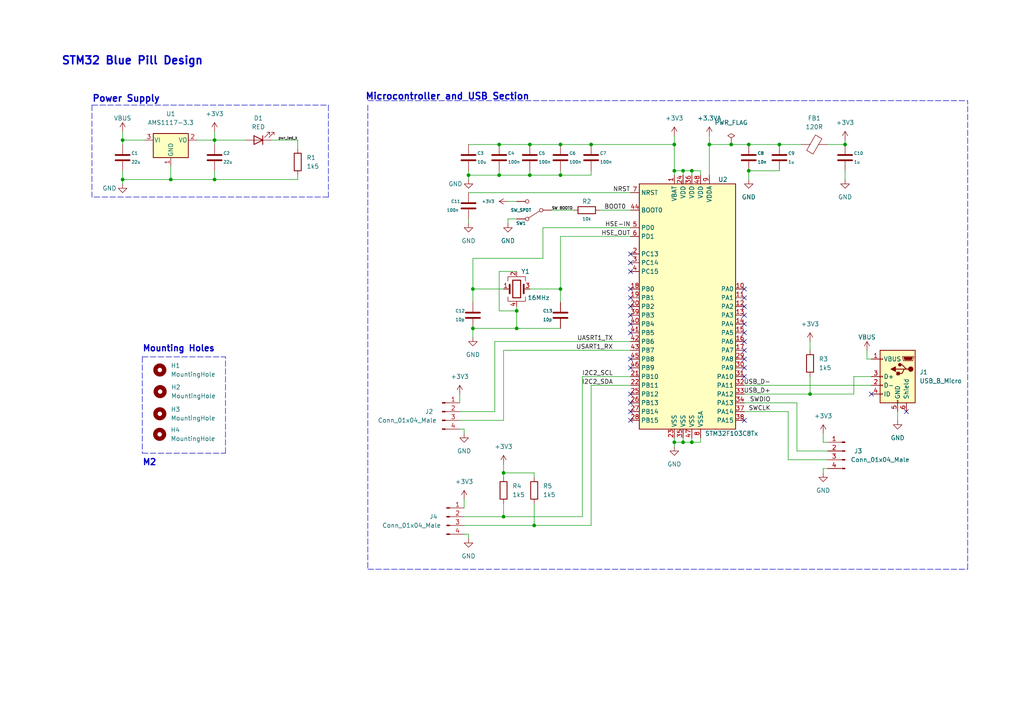
<source format=kicad_sch>
(kicad_sch (version 20211123) (generator eeschema)
  (paper "A4")
  (title_block (title "STM32 Blue pill ") (date "2023-01-10") (rev "v1") (company "Learning Kicad") (comment 1 "Philip's Lab"))
  (lib_symbols
    (symbol "+3.3V_1" (power) (pin_numbers hide) (pin_names (offset 0) hide)
      (property "Value" "+3.3V_1" (at 0 3.556 0))
      (symbol "+3.3V_1_0_1"
        (polyline (pts (xy -0.762 1.27) (xy 0 2.54)))
        (polyline (pts (xy 0 0) (xy 0 2.54)))
        (polyline (pts (xy 0 2.54) (xy 0.762 1.27)))
      )
      (symbol "+3.3V_1_1_1"
        (pin power_in line (at 0 0 90) (length 0) hide (name "+3V3") (number "1"))
      )
    )
    (symbol "Connector:Conn_01x04_Male" (pin_names (offset 1.016) hide)
      (property "Reference" "J" (at 0 5.08 0))
      (property "Value" "Conn_01x04_Male" (at 0 -7.62 0))
      (symbol "Conn_01x04_Male_1_1"
        (polyline (pts (xy 1.27 -5.08) (xy 0.8636 -5.08)) (stroke (width 0.1524)))
        (polyline (pts (xy 1.27 -2.54) (xy 0.8636 -2.54)) (stroke (width 0.1524)))
        (polyline (pts (xy 1.27 0) (xy 0.8636 0)) (stroke (width 0.1524)))
        (polyline (pts (xy 1.27 2.54) (xy 0.8636 2.54)) (stroke (width 0.1524)))
        (rectangle (start 0.8636 -4.953) (end 0 -5.207) (stroke (width 0.1524)) (fill (type outline)))
        (rectangle (start 0.8636 -2.413) (end 0 -2.667) (stroke (width 0.1524)) (fill (type outline)))
        (rectangle (start 0.8636 0.127) (end 0 -0.127) (stroke (width 0.1524)) (fill (type outline)))
        (rectangle (start 0.8636 2.667) (end 0 2.413) (stroke (width 0.1524)) (fill (type outline)))
        (pin passive line (at 5.08 2.54 180) (length 3.81) (name "Pin_1") (number "1"))
        (pin passive line (at 5.08 0 180) (length 3.81) (name "Pin_2") (number "2"))
        (pin passive line (at 5.08 -2.54 180) (length 3.81) (name "Pin_3") (number "3"))
        (pin passive line (at 5.08 -5.08 180) (length 3.81) (name "Pin_4") (number "4"))
      )
    )
    (symbol "Connector:USB_B_Micro" (pin_names (offset 1.016))
      (property "Reference" "J" (at -5.08 11.43 0))
      (property "Value" "USB_B_Micro" (at -5.08 8.89 0))
      (symbol "USB_B_Micro_0_1"
        (rectangle (start -5.08 -7.62) (end 5.08 7.62) (stroke (width 0.254)) (fill (type background)))
        (circle (center -3.81 2.159) (radius 0.635) (stroke (width 0.254)) (fill (type outline)))
        (circle (center -0.635 3.429) (radius 0.381) (stroke (width 0.254)) (fill (type outline)))
        (rectangle (start -0.127 -7.62) (end 0.127 -6.858))
        (polyline (pts (xy -1.905 2.159) (xy 0.635 2.159)) (stroke (width 0.254)))
        (polyline (pts (xy -3.175 2.159) (xy -2.54 2.159) (xy -1.27 3.429) (xy -0.635 3.429)) (stroke (width 0.254)))
        (polyline (pts (xy -2.54 2.159) (xy -1.905 2.159) (xy -1.27 0.889) (xy 0 0.889)) (stroke (width 0.254)))
        (polyline (pts (xy 0.635 2.794) (xy 0.635 1.524) (xy 1.905 2.159) (xy 0.635 2.794)) (stroke (width 0.254)) (fill (type outline)))
        (polyline (pts (xy -4.318 5.588) (xy -1.778 5.588) (xy -2.032 4.826) (xy -4.064 4.826) (xy -4.318 5.588)) (fill (type outline)))
        (polyline (pts (xy -4.699 5.842) (xy -4.699 5.588) (xy -4.445 4.826) (xy -4.445 4.572) (xy -1.651 4.572) (xy -1.651 4.826) (xy -1.397 5.588) (xy -1.397 5.842) (xy -4.699 5.842)))
        (rectangle (start 0.254 1.27) (end -0.508 0.508) (stroke (width 0.254)) (fill (type outline)))
        (rectangle (start 5.08 -5.207) (end 4.318 -4.953))
        (rectangle (start 5.08 -2.667) (end 4.318 -2.413))
        (rectangle (start 5.08 -0.127) (end 4.318 0.127))
        (rectangle (start 5.08 4.953) (end 4.318 5.207))
      )
      (symbol "USB_B_Micro_1_1"
        (pin power_out line (at 7.62 5.08 180) (length 2.54) (name "VBUS") (number "1"))
        (pin bidirectional line (at 7.62 -2.54 180) (length 2.54) (name "D-") (number "2"))
        (pin bidirectional line (at 7.62 0 180) (length 2.54) (name "D+") (number "3"))
        (pin passive line (at 7.62 -5.08 180) (length 2.54) (name "ID") (number "4"))
        (pin power_out line (at 0 -10.16 90) (length 2.54) (name "GND") (number "5"))
        (pin passive line (at -2.54 -10.16 90) (length 2.54) (name "Shield") (number "6"))
      )
    )
    (symbol "Device:C" (pin_numbers hide) (pin_names (offset 0.254))
      (property "Reference" "C" (at 0.635 2.54 0))
      (property "Value" "C" (at 0.635 -2.54 0))
      (symbol "C_0_1"
        (polyline (pts (xy -2.032 -0.762) (xy 2.032 -0.762)) (stroke (width 0.508)))
        (polyline (pts (xy -2.032 0.762) (xy 2.032 0.762)) (stroke (width 0.508)))
      )
      (symbol "C_1_1"
        (pin passive line (at 0 3.81 270) (length 2.794) (name "~") (number "1"))
        (pin passive line (at 0 -3.81 90) (length 2.794) (name "~") (number "2"))
      )
    )
    (symbol "Device:Crystal_GND24" (pin_names (offset 1.016) hide)
      (property "Reference" "Y" (at 3.175 5.08 0))
      (property "Value" "Crystal_GND24" (at 3.175 3.175 0))
      (symbol "Crystal_GND24_0_1"
        (rectangle (start -1.143 2.54) (end 1.143 -2.54) (stroke (width 0.3048)))
        (polyline (pts (xy -2.54 0) (xy -2.032 0)))
        (polyline (pts (xy -2.032 -1.27) (xy -2.032 1.27)) (stroke (width 0.508)))
        (polyline (pts (xy 0 -3.81) (xy 0 -3.556)))
        (polyline (pts (xy 0 3.556) (xy 0 3.81)))
        (polyline (pts (xy 2.032 -1.27) (xy 2.032 1.27)) (stroke (width 0.508)))
        (polyline (pts (xy 2.032 0) (xy 2.54 0)))
        (polyline (pts (xy -2.54 -2.286) (xy -2.54 -3.556) (xy 2.54 -3.556) (xy 2.54 -2.286)))
        (polyline (pts (xy -2.54 2.286) (xy -2.54 3.556) (xy 2.54 3.556) (xy 2.54 2.286)))
      )
      (symbol "Crystal_GND24_1_1"
        (pin passive line (at -3.81 0 0) (length 1.27) (name "1") (number "1"))
        (pin passive line (at 0 5.08 270) (length 1.27) (name "2") (number "2"))
        (pin passive line (at 3.81 0 180) (length 1.27) (name "3") (number "3"))
        (pin passive line (at 0 -5.08 90) (length 1.27) (name "4") (number "4"))
      )
    )
    (symbol "Device:FerriteBead" (pin_numbers hide) (pin_names (offset 0))
      (property "Reference" "FB" (at -3.81 0.635 90))
      (property "Value" "FerriteBead" (at 3.81 0 90))
      (symbol "FerriteBead_0_1"
        (polyline (pts (xy 0 -1.27) (xy 0 -1.2192)))
        (polyline (pts (xy 0 1.27) (xy 0 1.2954)))
        (polyline (pts (xy -2.7686 0.4064) (xy -1.7018 2.2606) (xy 2.7686 -0.3048) (xy 1.6764 -2.159) (xy -2.7686 0.4064)))
      )
      (symbol "FerriteBead_1_1"
        (pin passive line (at 0 3.81 270) (length 2.54) (name "~") (number "1"))
        (pin passive line (at 0 -3.81 90) (length 2.54) (name "~") (number "2"))
      )
    )
    (symbol "Device:LED" (pin_numbers hide) (pin_names (offset 1.016) hide)
      (property "Reference" "D" (at 0 2.54 0))
      (property "Value" "LED" (at 0 -2.54 0))
      (symbol "LED_0_1"
        (polyline (pts (xy -1.27 -1.27) (xy -1.27 1.27)) (stroke (width 0.254)))
        (polyline (pts (xy -1.27 0) (xy 1.27 0)))
        (polyline (pts (xy 1.27 -1.27) (xy 1.27 1.27) (xy -1.27 0) (xy 1.27 -1.27)) (stroke (width 0.254)))
        (polyline (pts (xy -3.048 -0.762) (xy -4.572 -2.286) (xy -3.81 -2.286) (xy -4.572 -2.286) (xy -4.572 -1.524)))
        (polyline (pts (xy -1.778 -0.762) (xy -3.302 -2.286) (xy -2.54 -2.286) (xy -3.302 -2.286) (xy -3.302 -1.524)))
      )
      (symbol "LED_1_1"
        (pin passive line (at -3.81 0 0) (length 2.54) (name "K") (number "1"))
        (pin passive line (at 3.81 0 180) (length 2.54) (name "A") (number "2"))
      )
    )
    (symbol "Device:R" (pin_numbers hide) (pin_names (offset 0))
      (property "Reference" "R" (at 2.032 0 90))
      (property "Value" "R" (at 0 0 90))
      (symbol "R_0_1"
        (rectangle (start -1.016 -2.54) (end 1.016 2.54) (stroke (width 0.254)))
      )
      (symbol "R_1_1"
        (pin passive line (at 0 3.81 270) (length 1.27) (name "~") (number "1"))
        (pin passive line (at 0 -3.81 90) (length 1.27) (name "~") (number "2"))
      )
    )
    (symbol "GND_1" (power) (pin_numbers hide) (pin_names (offset 0) hide)
      (property "Value" "GND_1" (at 0 -3.81 0))
      (symbol "GND_1_0_1"
        (polyline (pts (xy 0 0) (xy 0 -1.27) (xy 1.27 -1.27) (xy 0 -2.54) (xy -1.27 -1.27) (xy 0 -1.27)))
      )
      (symbol "GND_1_1_1"
        (pin power_in line (at 0 0 270) (length 0) hide (name "GND") (number "1"))
      )
    )
    (symbol "GND_2" (power) (pin_numbers hide) (pin_names (offset 0) hide)
      (property "Value" "GND_2" (at 0 -3.81 0))
      (symbol "GND_2_0_1"
        (polyline (pts (xy 0 0) (xy 0 -1.27) (xy 1.27 -1.27) (xy 0 -2.54) (xy -1.27 -1.27) (xy 0 -1.27)))
      )
      (symbol "GND_2_1_1"
        (pin power_in line (at 0 0 270) (length 0) hide (name "GND") (number "1"))
      )
    )
    (symbol "GND_3" (power) (pin_numbers hide) (pin_names (offset 0) hide)
      (property "Value" "GND_3" (at 0 -3.81 0))
      (symbol "GND_3_0_1"
        (polyline (pts (xy 0 0) (xy 0 -1.27) (xy 1.27 -1.27) (xy 0 -2.54) (xy -1.27 -1.27) (xy 0 -1.27)))
      )
      (symbol "GND_3_1_1"
        (pin power_in line (at 0 0 270) (length 0) hide (name "GND") (number "1"))
      )
    )
    (symbol "MCU_ST_STM32F1:STM32F103C8Tx"
      (property "Reference" "U" (at -15.24 36.83 0))
      (property "Value" "STM32F103C8Tx" (at 7.62 36.83 0))
      (symbol "STM32F103C8Tx_0_1"
        (rectangle (start -15.24 -35.56) (end 12.7 35.56) (stroke (width 0.254)) (fill (type background)))
      )
      (symbol "STM32F103C8Tx_1_1"
        (pin power_in line (at -5.08 38.1 270) (length 2.54) (name "VBAT") (number "1"))
        (pin bidirectional line (at 15.24 5.08 180) (length 2.54) (name "PA0") (number "10"))
        (pin bidirectional line (at 15.24 2.54 180) (length 2.54) (name "PA1") (number "11"))
        (pin bidirectional line (at 15.24 0 180) (length 2.54) (name "PA2") (number "12"))
        (pin bidirectional line (at 15.24 -2.54 180) (length 2.54) (name "PA3") (number "13"))
        (pin bidirectional line (at 15.24 -5.08 180) (length 2.54) (name "PA4") (number "14"))
        (pin bidirectional line (at 15.24 -7.62 180) (length 2.54) (name "PA5") (number "15"))
        (pin bidirectional line (at 15.24 -10.16 180) (length 2.54) (name "PA6") (number "16"))
        (pin bidirectional line (at 15.24 -12.7 180) (length 2.54) (name "PA7") (number "17"))
        (pin bidirectional line (at -17.78 5.08 0) (length 2.54) (name "PB0") (number "18"))
        (pin bidirectional line (at -17.78 2.54 0) (length 2.54) (name "PB1") (number "19"))
        (pin bidirectional line (at -17.78 15.24 0) (length 2.54) (name "PC13") (number "2"))
        (pin bidirectional line (at -17.78 0 0) (length 2.54) (name "PB2") (number "20"))
        (pin bidirectional line (at -17.78 -20.32 0) (length 2.54) (name "PB10") (number "21"))
        (pin bidirectional line (at -17.78 -22.86 0) (length 2.54) (name "PB11") (number "22"))
        (pin power_in line (at -5.08 -38.1 90) (length 2.54) (name "VSS") (number "23"))
        (pin power_in line (at -2.54 38.1 270) (length 2.54) (name "VDD") (number "24"))
        (pin bidirectional line (at -17.78 -25.4 0) (length 2.54) (name "PB12") (number "25"))
        (pin bidirectional line (at -17.78 -27.94 0) (length 2.54) (name "PB13") (number "26"))
        (pin bidirectional line (at -17.78 -30.48 0) (length 2.54) (name "PB14") (number "27"))
        (pin bidirectional line (at -17.78 -33.02 0) (length 2.54) (name "PB15") (number "28"))
        (pin bidirectional line (at 15.24 -15.24 180) (length 2.54) (name "PA8") (number "29"))
        (pin bidirectional line (at -17.78 12.7 0) (length 2.54) (name "PC14") (number "3"))
        (pin bidirectional line (at 15.24 -17.78 180) (length 2.54) (name "PA9") (number "30"))
        (pin bidirectional line (at 15.24 -20.32 180) (length 2.54) (name "PA10") (number "31"))
        (pin bidirectional line (at 15.24 -22.86 180) (length 2.54) (name "PA11") (number "32"))
        (pin bidirectional line (at 15.24 -25.4 180) (length 2.54) (name "PA12") (number "33"))
        (pin bidirectional line (at 15.24 -27.94 180) (length 2.54) (name "PA13") (number "34"))
        (pin power_in line (at -2.54 -38.1 90) (length 2.54) (name "VSS") (number "35"))
        (pin power_in line (at 0 38.1 270) (length 2.54) (name "VDD") (number "36"))
        (pin bidirectional line (at 15.24 -30.48 180) (length 2.54) (name "PA14") (number "37"))
        (pin bidirectional line (at 15.24 -33.02 180) (length 2.54) (name "PA15") (number "38"))
        (pin bidirectional line (at -17.78 -2.54 0) (length 2.54) (name "PB3") (number "39"))
        (pin bidirectional line (at -17.78 10.16 0) (length 2.54) (name "PC15") (number "4"))
        (pin bidirectional line (at -17.78 -5.08 0) (length 2.54) (name "PB4") (number "40"))
        (pin bidirectional line (at -17.78 -7.62 0) (length 2.54) (name "PB5") (number "41"))
        (pin bidirectional line (at -17.78 -10.16 0) (length 2.54) (name "PB6") (number "42"))
        (pin bidirectional line (at -17.78 -12.7 0) (length 2.54) (name "PB7") (number "43"))
        (pin input line (at -17.78 27.94 0) (length 2.54) (name "BOOT0") (number "44"))
        (pin bidirectional line (at -17.78 -15.24 0) (length 2.54) (name "PB8") (number "45"))
        (pin bidirectional line (at -17.78 -17.78 0) (length 2.54) (name "PB9") (number "46"))
        (pin power_in line (at 0 -38.1 90) (length 2.54) (name "VSS") (number "47"))
        (pin power_in line (at 2.54 38.1 270) (length 2.54) (name "VDD") (number "48"))
        (pin input line (at -17.78 22.86 0) (length 2.54) (name "PD0") (number "5"))
        (pin input line (at -17.78 20.32 0) (length 2.54) (name "PD1") (number "6"))
        (pin input line (at -17.78 33.02 0) (length 2.54) (name "NRST") (number "7"))
        (pin power_in line (at 2.54 -38.1 90) (length 2.54) (name "VSSA") (number "8"))
        (pin power_in line (at 5.08 38.1 270) (length 2.54) (name "VDDA") (number "9"))
      )
    )
    (symbol "Mechanical:MountingHole" (pin_names (offset 1.016))
      (property "Reference" "H" (at 0 5.08 0))
      (property "Value" "MountingHole" (at 0 3.175 0))
      (symbol "MountingHole_0_1"
        (circle (center 0 0) (radius 1.27) (stroke (width 1.27)))
      )
    )
    (symbol "Regulator_Linear:AMS1117-3.3" (pin_names (offset 0.254))
      (property "Reference" "U" (at -3.81 3.175 0))
      (property "Value" "AMS1117-3.3" (at 0 3.175 0))
      (symbol "AMS1117-3.3_0_1"
        (rectangle (start -5.08 -5.08) (end 5.08 1.905) (stroke (width 0.254)) (fill (type background)))
      )
      (symbol "AMS1117-3.3_1_1"
        (pin power_in line (at 0 -7.62 90) (length 2.54) (name "GND") (number "1"))
        (pin power_out line (at 7.62 0 180) (length 2.54) (name "VO") (number "2"))
        (pin power_in line (at -7.62 0 0) (length 2.54) (name "VI") (number "3"))
      )
    )
    (symbol "Switch:SW_SPDT" (pin_numbers hide) (pin_names (offset 0) hide)
      (property "Reference" "SW" (at 0 4.318 0))
      (property "Value" "SW_SPDT" (at 0 -5.08 0))
      (symbol "SW_SPDT_0_0"
        (circle (center -2.032 0) (radius 0.508))
        (circle (center 2.032 -2.54) (radius 0.508))
      )
      (symbol "SW_SPDT_0_1"
        (polyline (pts (xy -1.524 0.254) (xy 1.651 2.286)))
        (circle (center 2.032 2.54) (radius 0.508))
      )
      (symbol "SW_SPDT_1_1"
        (pin passive line (at 5.08 2.54 180) (length 2.54) (name "A") (number "1"))
        (pin passive line (at -5.08 0 0) (length 2.54) (name "B") (number "2"))
        (pin passive line (at 5.08 -2.54 180) (length 2.54) (name "C") (number "3"))
      )
    )
    (symbol "power:+3.3V" (power) (pin_numbers hide) (pin_names (offset 0) hide)
      (property "Value" "+3.3V" (at 0 3.556 0))
      (symbol "+3.3V_0_1"
        (polyline (pts (xy -0.762 1.27) (xy 0 2.54)))
        (polyline (pts (xy 0 0) (xy 0 2.54)))
        (polyline (pts (xy 0 2.54) (xy 0.762 1.27)))
      )
      (symbol "+3.3V_1_1"
        (pin power_in line (at 0 0 90) (length 0) hide (name "+3V3") (number "1"))
      )
    )
    (symbol "power:+3.3VA" (power) (pin_numbers hide) (pin_names (offset 0) hide)
      (property "Value" "+3.3VA" (at 0 3.556 0))
      (symbol "+3.3VA_0_1"
        (polyline (pts (xy -0.762 1.27) (xy 0 2.54)))
        (polyline (pts (xy 0 0) (xy 0 2.54)))
        (polyline (pts (xy 0 2.54) (xy 0.762 1.27)))
      )
      (symbol "+3.3VA_1_1"
        (pin power_in line (at 0 0 90) (length 0) hide (name "+3.3VA") (number "1"))
      )
    )
    (symbol "power:GND" (power) (pin_numbers hide) (pin_names (offset 0) hide)
      (property "Value" "GND" (at 0 -3.81 0))
      (symbol "GND_0_1"
        (polyline (pts (xy 0 0) (xy 0 -1.27) (xy 1.27 -1.27) (xy 0 -2.54) (xy -1.27 -1.27) (xy 0 -1.27)))
      )
      (symbol "GND_1_1"
        (pin power_in line (at 0 0 270) (length 0) hide (name "GND") (number "1"))
      )
    )
    (symbol "power:PWR_FLAG" (power) (pin_numbers hide) (pin_names (offset 0) hide)
      (property "Value" "PWR_FLAG" (at 0 3.81 0))
      (symbol "PWR_FLAG_0_0"
        (pin power_out line (at 0 0 90) (length 0) (name "pwr") (number "1"))
      )
      (symbol "PWR_FLAG_0_1"
        (polyline (pts (xy 0 0) (xy 0 1.27) (xy -1.016 1.905) (xy 0 2.54) (xy 1.016 1.905) (xy 0 1.27)))
      )
    )
    (symbol "power:VBUS" (power) (pin_numbers hide) (pin_names (offset 0) hide)
      (property "Value" "VBUS" (at 0 3.81 0))
      (symbol "VBUS_0_1"
        (polyline (pts (xy -0.762 1.27) (xy 0 2.54)))
        (polyline (pts (xy 0 0) (xy 0 2.54)))
        (polyline (pts (xy 0 2.54) (xy 0.762 1.27)))
      )
      (symbol "VBUS_1_1"
        (pin power_in line (at 0 0 90) (length 0) hide (name "VBUS") (number "1"))
      )
    )
  )
  (junction (at 149.86 90.17))
  (junction (at 153.67 50.8))
  (junction (at 171.45 41.91))
  (junction (at 146.05 149.86))
  (junction (at 137.16 95.25))
  (junction (at 212.09 41.91))
  (junction (at 149.86 95.25))
  (junction (at 135.89 50.8))
  (junction (at 198.12 128.27))
  (junction (at 217.17 41.91))
  (junction (at 154.94 152.4))
  (junction (at 162.56 50.8))
  (junction (at 49.53 52.07))
  (junction (at 198.12 49.53))
  (junction (at 234.95 114.3))
  (junction (at 146.05 137.16))
  (junction (at 200.66 49.53))
  (junction (at 144.78 50.8))
  (junction (at 162.56 83.82))
  (junction (at 144.78 41.91))
  (junction (at 205.74 41.91))
  (junction (at 226.06 41.91))
  (junction (at 217.17 49.53))
  (junction (at 62.23 40.64))
  (junction (at 195.58 41.91))
  (junction (at 153.67 41.91))
  (junction (at 62.23 52.07))
  (junction (at 195.58 49.53))
  (junction (at 35.56 52.07))
  (junction (at 200.66 128.27))
  (junction (at 162.56 41.91))
  (junction (at 195.58 128.27))
  (junction (at 245.11 41.91))
  (junction (at 137.16 83.82))
  (junction (at 35.56 40.64))
  (no_connect (at 215.9 96.52))
  (no_connect (at 182.88 93.98))
  (no_connect (at 182.88 73.66))
  (no_connect (at 182.88 116.84))
  (no_connect (at 215.9 91.44))
  (no_connect (at 215.9 109.22))
  (no_connect (at 215.9 86.36))
  (no_connect (at 182.88 78.74))
  (no_connect (at 182.88 119.38))
  (no_connect (at 182.88 88.9))
  (no_connect (at 215.9 121.92))
  (no_connect (at 182.88 76.2))
  (no_connect (at 262.89 119.38))
  (no_connect (at 215.9 83.82))
  (no_connect (at 182.88 83.82))
  (no_connect (at 252.73 114.3))
  (no_connect (at 182.88 114.3))
  (no_connect (at 182.88 91.44))
  (no_connect (at 182.88 86.36))
  (no_connect (at 182.88 106.68))
  (no_connect (at 215.9 93.98))
  (no_connect (at 215.9 99.06))
  (no_connect (at 215.9 104.14))
  (no_connect (at 215.9 106.68))
  (no_connect (at 182.88 96.52))
  (no_connect (at 182.88 121.92))
  (no_connect (at 182.88 104.14))
  (no_connect (at 215.9 101.6))
  (no_connect (at 215.9 88.9))
  (wire (pts (xy 143.51 99.06) (xy 182.88 99.06)))
  (wire (pts (xy 162.56 41.91) (xy 171.45 41.91)))
  (wire (pts (xy 135.89 50.8) (xy 135.89 52.07)))
  (wire (pts (xy 231.14 116.84) (xy 231.14 130.81)))
  (polyline (pts (xy 41.275 131.445) (xy 65.405 131.445)))
  (wire (pts (xy 144.78 50.8) (xy 153.67 50.8)))
  (wire (pts (xy 137.16 74.93) (xy 137.16 83.82)))
  (wire (pts (xy 157.48 66.04) (xy 157.48 74.93)))
  (wire (pts (xy 137.16 83.82) (xy 146.05 83.82)))
  (wire (pts (xy 149.86 88.9) (xy 149.86 90.17)))
  (wire (pts (xy 62.23 40.64) (xy 71.12 40.64)))
  (wire (pts (xy 195.58 41.91) (xy 195.58 49.53)))
  (wire (pts (xy 238.76 128.27) (xy 238.76 125.73)))
  (wire (pts (xy 198.12 128.27) (xy 200.66 128.27)))
  (wire (pts (xy 234.95 109.22) (xy 234.95 114.3)))
  (wire (pts (xy 153.67 50.8) (xy 162.56 50.8)))
  (wire (pts (xy 203.2 49.53) (xy 203.2 50.8)))
  (wire (pts (xy 231.14 130.81) (xy 240.03 130.81)))
  (wire (pts (xy 240.03 128.27) (xy 238.76 128.27)))
  (wire (pts (xy 35.56 40.64) (xy 41.91 40.64)))
  (wire (pts (xy 135.89 50.8) (xy 144.78 50.8)))
  (wire (pts (xy 245.11 49.53) (xy 245.11 52.07)))
  (polyline (pts (xy 41.275 103.505) (xy 65.405 103.505)))
  (wire (pts (xy 134.62 154.94) (xy 135.89 154.94)))
  (wire (pts (xy 212.09 41.91) (xy 217.17 41.91)))
  (wire (pts (xy 149.86 90.17) (xy 149.86 95.25)))
  (wire (pts (xy 133.35 124.46) (xy 134.62 124.46)))
  (wire (pts (xy 154.94 146.05) (xy 154.94 152.4)))
  (wire (pts (xy 134.62 149.86) (xy 146.05 149.86)))
  (wire (pts (xy 240.03 133.35) (xy 228.6 133.35)))
  (wire (pts (xy 251.46 101.6) (xy 251.46 104.14)))
  (wire (pts (xy 137.16 95.25) (xy 137.16 97.79)))
  (wire (pts (xy 49.53 52.07) (xy 62.23 52.07)))
  (wire (pts (xy 260.35 119.38) (xy 260.35 121.92)))
  (polyline (pts (xy 26.67 30.48) (xy 26.67 57.15)))
  (wire (pts (xy 146.05 146.05) (xy 146.05 149.86)))
  (wire (pts (xy 144.78 90.17) (xy 149.86 90.17)))
  (wire (pts (xy 217.17 49.53) (xy 226.06 49.53)))
  (wire (pts (xy 252.73 109.22) (xy 247.65 109.22)))
  (wire (pts (xy 147.32 63.5) (xy 147.32 64.77)))
  (polyline (pts (xy 95.25 57.15) (xy 26.67 57.15)))
  (wire (pts (xy 215.9 116.84) (xy 231.14 116.84)))
  (wire (pts (xy 245.11 40.64) (xy 245.11 41.91)))
  (wire (pts (xy 35.56 52.07) (xy 35.56 53.34)))
  (wire (pts (xy 198.12 49.53) (xy 200.66 49.53)))
  (wire (pts (xy 240.03 41.91) (xy 245.11 41.91)))
  (wire (pts (xy 147.32 58.42) (xy 149.86 58.42)))
  (wire (pts (xy 173.99 60.96) (xy 182.88 60.96)))
  (wire (pts (xy 238.76 135.89) (xy 238.76 137.16)))
  (wire (pts (xy 144.78 41.91) (xy 153.67 41.91)))
  (wire (pts (xy 195.58 127) (xy 195.58 128.27)))
  (wire (pts (xy 135.89 63.5) (xy 135.89 64.77)))
  (wire (pts (xy 171.45 41.91) (xy 195.58 41.91)))
  (wire (pts (xy 162.56 68.58) (xy 182.88 68.58)))
  (wire (pts (xy 35.56 52.07) (xy 49.53 52.07)))
  (wire (pts (xy 149.86 95.25) (xy 162.56 95.25)))
  (wire (pts (xy 134.62 144.78) (xy 134.62 147.32)))
  (polyline (pts (xy 65.405 131.445) (xy 65.405 103.505)))
  (wire (pts (xy 134.62 124.46) (xy 134.62 125.73)))
  (wire (pts (xy 228.6 133.35) (xy 228.6 119.38)))
  (wire (pts (xy 195.58 128.27) (xy 198.12 128.27)))
  (wire (pts (xy 212.09 41.275) (xy 212.09 41.91)))
  (wire (pts (xy 217.17 49.53) (xy 217.17 52.07)))
  (wire (pts (xy 203.2 128.27) (xy 203.2 127)))
  (wire (pts (xy 171.45 152.4) (xy 154.94 152.4)))
  (wire (pts (xy 35.56 38.1) (xy 35.56 40.64)))
  (polyline (pts (xy 106.68 165.1) (xy 280.67 165.1)))
  (wire (pts (xy 205.74 41.91) (xy 212.09 41.91)))
  (wire (pts (xy 195.58 39.37) (xy 195.58 41.91)))
  (wire (pts (xy 146.05 134.62) (xy 146.05 137.16)))
  (wire (pts (xy 144.78 50.8) (xy 144.78 49.53)))
  (wire (pts (xy 144.78 78.74) (xy 144.78 90.17)))
  (polyline (pts (xy 95.25 30.48) (xy 95.25 57.15)))
  (wire (pts (xy 162.56 68.58) (xy 162.56 83.82)))
  (wire (pts (xy 135.89 50.8) (xy 135.89 49.53)))
  (wire (pts (xy 251.46 104.14) (xy 252.73 104.14)))
  (polyline (pts (xy 41.275 103.505) (xy 41.275 131.445)))
  (wire (pts (xy 62.23 49.53) (xy 62.23 52.07)))
  (wire (pts (xy 162.56 50.8) (xy 171.45 50.8)))
  (wire (pts (xy 160.02 60.96) (xy 166.37 60.96)))
  (wire (pts (xy 205.74 41.91) (xy 205.74 50.8)))
  (wire (pts (xy 182.88 66.04) (xy 157.48 66.04)))
  (wire (pts (xy 146.05 137.16) (xy 146.05 138.43)))
  (wire (pts (xy 146.05 101.6) (xy 182.88 101.6)))
  (wire (pts (xy 234.95 99.06) (xy 234.95 101.6)))
  (wire (pts (xy 143.51 119.38) (xy 143.51 99.06)))
  (wire (pts (xy 154.94 137.16) (xy 146.05 137.16)))
  (wire (pts (xy 168.91 149.86) (xy 168.91 109.22)))
  (wire (pts (xy 86.36 52.07) (xy 62.23 52.07)))
  (wire (pts (xy 171.45 111.76) (xy 182.88 111.76)))
  (wire (pts (xy 137.16 83.82) (xy 137.16 87.63)))
  (wire (pts (xy 62.23 38.1) (xy 62.23 40.64)))
  (wire (pts (xy 168.91 109.22) (xy 182.88 109.22)))
  (wire (pts (xy 78.74 40.64) (xy 86.36 40.64)))
  (wire (pts (xy 57.15 40.64) (xy 62.23 40.64)))
  (wire (pts (xy 133.35 121.92) (xy 146.05 121.92)))
  (polyline (pts (xy 280.67 165.1) (xy 280.67 29.21)))
  (wire (pts (xy 135.89 41.91) (xy 144.78 41.91)))
  (wire (pts (xy 154.94 152.4) (xy 134.62 152.4)))
  (wire (pts (xy 215.9 111.76) (xy 252.73 111.76)))
  (wire (pts (xy 162.56 83.82) (xy 162.56 87.63)))
  (wire (pts (xy 146.05 101.6) (xy 146.05 121.92)))
  (wire (pts (xy 149.86 78.74) (xy 144.78 78.74)))
  (wire (pts (xy 135.89 154.94) (xy 135.89 156.21)))
  (wire (pts (xy 86.36 50.8) (xy 86.36 52.07)))
  (wire (pts (xy 49.53 48.26) (xy 49.53 52.07)))
  (wire (pts (xy 195.58 129.54) (xy 195.58 128.27)))
  (polyline (pts (xy 106.68 29.21) (xy 280.67 29.21)))
  (wire (pts (xy 133.35 119.38) (xy 143.51 119.38)))
  (wire (pts (xy 200.66 49.53) (xy 200.66 50.8)))
  (wire (pts (xy 62.23 40.64) (xy 62.23 41.91)))
  (wire (pts (xy 200.66 128.27) (xy 203.2 128.27)))
  (wire (pts (xy 149.86 63.5) (xy 147.32 63.5)))
  (wire (pts (xy 162.56 50.8) (xy 162.56 49.53)))
  (polyline (pts (xy 26.67 30.48) (xy 95.25 30.48)))
  (wire (pts (xy 215.9 119.38) (xy 228.6 119.38)))
  (wire (pts (xy 135.89 55.88) (xy 182.88 55.88)))
  (wire (pts (xy 198.12 127) (xy 198.12 128.27)))
  (wire (pts (xy 195.58 49.53) (xy 195.58 50.8)))
  (wire (pts (xy 217.17 41.91) (xy 226.06 41.91)))
  (polyline (pts (xy 106.68 30.48) (xy 106.68 165.1)))
  (wire (pts (xy 86.36 40.64) (xy 86.36 43.18)))
  (wire (pts (xy 215.9 114.3) (xy 234.95 114.3)))
  (wire (pts (xy 247.65 109.22) (xy 247.65 114.3)))
  (wire (pts (xy 137.16 74.93) (xy 157.48 74.93)))
  (wire (pts (xy 171.45 111.76) (xy 171.45 152.4)))
  (wire (pts (xy 198.12 49.53) (xy 198.12 50.8)))
  (wire (pts (xy 133.35 114.3) (xy 133.35 116.84)))
  (wire (pts (xy 137.16 95.25) (xy 149.86 95.25)))
  (wire (pts (xy 200.66 127) (xy 200.66 128.27)))
  (wire (pts (xy 153.67 41.91) (xy 162.56 41.91)))
  (wire (pts (xy 146.05 149.86) (xy 168.91 149.86)))
  (wire (pts (xy 205.74 39.37) (xy 205.74 41.91)))
  (wire (pts (xy 171.45 50.8) (xy 171.45 49.53)))
  (wire (pts (xy 35.56 52.07) (xy 35.56 49.53)))
  (wire (pts (xy 153.67 50.8) (xy 153.67 49.53)))
  (wire (pts (xy 195.58 49.53) (xy 198.12 49.53)))
  (wire (pts (xy 35.56 40.64) (xy 35.56 41.91)))
  (wire (pts (xy 200.66 49.53) (xy 203.2 49.53)))
  (wire (pts (xy 234.95 114.3) (xy 247.65 114.3)))
  (wire (pts (xy 154.94 138.43) (xy 154.94 137.16)))
  (wire (pts (xy 226.06 41.91) (xy 232.41 41.91)))
  (wire (pts (xy 240.03 135.89) (xy 238.76 135.89)))
  (wire (pts (xy 153.67 83.82) (xy 162.56 83.82)))
  (text "STM32 Blue Pill Design" (at 59.055 19.05 180) (effects (font (size 2.286 2.286) bold) (justify right bottom)))
  (text "M2" (at 41.275 135.255 0) (effects (font (size 1.778 1.778) (thickness 0.3556) bold) (justify left bottom)))
  (text "Mounting Holes" (at 41.275 102.235 0) (effects (font (size 1.778 1.778) (thickness 0.3556) bold) (justify left bottom)))
  (text "Power Supply" (at 26.67 29.845 0) (effects (font (size 1.905 1.905) (thickness 0.381) bold) (justify left bottom)))
  (text "Microcontroller and USB Section" (at 153.67 29.21 180) (effects (font (size 1.905 1.905) bold) (justify right bottom)))
  (label "UASRT1_TX" (at 177.8 99.06 180))
  (label "I2C2_SDA" (at 177.8 111.76 180))
  (label "USB_D+" (at 223.52 114.3 180))
  (label "SWDIO" (at 223.52 116.84 180))
  (label "USB_D-" (at 223.52 111.76 180))
  (label "SWCLK" (at 223.52 119.38 180))
  (label "BOOT0" (at 175.26 60.96 0))
  (label "USART1_RX" (at 177.8 101.6 180))
  (label "HSE-IN" (at 182.88 66.04 180))
  (label "NRST" (at 177.8 55.88 0))
  (label "HSE_OUT" (at 182.88 68.58 180))
  (label "pwr_led_k" (at 86.36 40.64 180) (effects (font (size 0.762 0.762))))
  (label "SW BOOTO" (at 160.02 60.96 0) (effects (font (size 0.762 0.762))))
  (label "I2C2_SCL" (at 177.8 109.22 180))
  (symbol (lib_name "GND_3") (lib_id "power:GND") (at 137.16 97.79 0) (unit 1)
    (property "Reference" "#PWR0105" (effects hide))
    (property "Value" "GND" (at 137.16 102.87 0))
  )
  (symbol (lib_name "GND_2") (lib_id "power:GND") (at 245.11 52.07 0) (unit 1)
    (property "Reference" "#PWR0121" (effects hide))
    (property "Value" "GND" (at 245.11 57.15 0))
  )
  (symbol (lib_id "power:+3.3V") (at 238.76 125.73 0) (unit 1)
    (property "Reference" "#PWR0122" (effects hide))
    (property "Value" "+3.3V" (at 238.76 120.65 0))
  )
  (symbol (lib_id "Device:Crystal_GND24") (at 149.86 83.82 0) (unit 1)
    (property "Reference" "Y1" (at 152.4 78.74 0))
    (property "Value" "16MHz" (at 156.21 86.36 0))
    (property "Footprint" "Crystal:Crystal_SMD_3225-4Pin_3.2x2.5mm" (effects hide))
  )
  (symbol (lib_id "Device:R") (at 234.95 105.41 0) (unit 1)
    (property "Reference" "R3" (at 237.49 104.1399 0) (effects (justify left)))
    (property "Value" "1k5" (at 237.49 106.6799 0) (effects (justify left)))
    (property "Footprint" "Resistor_SMD:R_0402_1005Metric" (effects hide))
  )
  (symbol (lib_id "Device:C") (at 217.17 45.72 0) (unit 1)
    (property "Reference" "C8" (at 219.71 44.45 0) (effects (font (size 0.889 0.889)) (justify left)))
    (property "Value" "10n" (at 219.71 46.99 0) (effects (font (size 0.889 0.889)) (justify left)))
    (property "Footprint" "Capacitor_SMD:C_0402_1005Metric" (effects hide))
  )
  (symbol (lib_id "power:+3.3V") (at 62.23 38.1 0) (unit 1)
    (property "Reference" "#PWR0102" (effects hide))
    (property "Value" "+3.3V" (at 62.23 33.02 0))
  )
  (symbol (lib_id "power:+3.3V") (at 195.58 39.37 0) (unit 1)
    (property "Reference" "#PWR0123" (effects hide))
    (property "Value" "+3.3V" (at 195.58 34.29 0))
  )
  (symbol (lib_id "Regulator_Linear:AMS1117-3.3") (at 49.53 40.64 0) (unit 1)
    (property "Reference" "U1" (at 49.53 33.02 0))
    (property "Value" "AMS1117-3.3" (at 49.53 35.56 0))
    (property "Footprint" "Package_TO_SOT_SMD:SOT-223-3_TabPin2" (effects hide))
    (property "Datasheet" "http://www.advanced-monolithic.com/pdf/ds1117.pdf" (effects hide))
  )
  (symbol (lib_id "Connector:USB_B_Micro") (at 260.35 109.22 0) (mirror y) (unit 1)
    (property "Reference" "J1" (at 266.7 107.9499 0) (effects (justify right)))
    (property "Value" "USB_B_Micro" (at 266.7 110.4899 0) (effects (justify right)))
    (property "Footprint" "Connector_USB:USB_Micro-B_Wuerth_629105150521" (effects hide))
  )
  (symbol (lib_name "GND_3") (lib_id "power:GND") (at 134.62 125.73 0) (mirror y) (unit 1)
    (property "Reference" "#PWR0111" (effects hide))
    (property "Value" "GND" (at 134.62 130.81 0))
  )
  (symbol (lib_id "power:PWR_FLAG") (at 212.09 41.275 0) (unit 1)
    (property "Reference" "#FLG0101" (effects hide))
    (property "Value" "PWR_FLAG" (at 212.09 35.56 0))
  )
  (symbol (lib_id "power:+3.3V") (at 146.05 134.62 0) (unit 1)
    (property "Reference" "#PWR0107" (effects hide))
    (property "Value" "+3.3V" (at 146.05 129.54 0))
  )
  (symbol (lib_id "Device:C") (at 245.11 45.72 0) (unit 1)
    (property "Reference" "C10" (at 247.65 44.45 0) (effects (font (size 0.889 0.889)) (justify left)))
    (property "Value" "1u" (at 247.65 46.99 0) (effects (font (size 0.889 0.889)) (justify left)))
    (property "Footprint" "Capacitor_SMD:C_0402_1005Metric" (effects hide))
  )
  (symbol (lib_id "Device:C") (at 144.78 45.72 0) (unit 1)
    (property "Reference" "C4" (at 147.32 44.45 0) (effects (font (size 0.889 0.889)) (justify left)))
    (property "Value" "100n" (at 147.32 46.99 0) (effects (font (size 0.889 0.889)) (justify left)))
    (property "Footprint" "Capacitor_SMD:C_0402_1005Metric" (effects hide))
  )
  (symbol (lib_name "+3.3V_1") (lib_id "power:+3.3V") (at 245.11 40.64 0) (unit 1)
    (property "Reference" "#PWR0118" (effects hide))
    (property "Value" "+3.3V" (at 245.11 35.56 0))
  )
  (symbol (lib_name "GND_3") (lib_id "power:GND") (at 147.32 64.77 0) (unit 1)
    (property "Reference" "#PWR0110" (effects hide))
    (property "Value" "GND" (at 147.32 69.85 0))
  )
  (symbol (lib_name "GND_3") (lib_id "power:GND") (at 35.56 53.34 0) (unit 1)
    (property "Reference" "#PWR0101" (effects hide))
    (property "Value" "GND" (at 31.75 54.61 0))
  )
  (symbol (lib_id "Device:C") (at 153.67 45.72 0) (unit 1)
    (property "Reference" "C5" (at 156.21 44.45 0) (effects (font (size 0.889 0.889)) (justify left)))
    (property "Value" "100n" (at 156.21 46.99 0) (effects (font (size 0.889 0.889)) (justify left)))
    (property "Footprint" "Capacitor_SMD:C_0402_1005Metric" (effects hide))
  )
  (symbol (lib_id "Connector:Conn_01x04_Male") (at 128.27 119.38 0) (unit 1)
    (property "Reference" "J2" (at 124.46 119.38 0))
    (property "Value" "Conn_01x04_Male" (at 118.11 121.92 0))
    (property "Footprint" "Connector_PinHeader_2.54mm:PinHeader_1x04_P2.54mm_Vertical" (effects hide))
  )
  (symbol (lib_id "power:+3.3V") (at 234.95 99.06 0) (unit 1)
    (property "Reference" "#PWR0114" (effects hide))
    (property "Value" "+3.3V" (at 234.95 93.98 0))
  )
  (symbol (lib_id "Device:R") (at 146.05 142.24 0) (unit 1)
    (property "Reference" "R4" (at 148.59 140.9699 0) (effects (justify left)))
    (property "Value" "1k5" (at 148.59 143.5099 0) (effects (justify left)))
    (property "Footprint" "Resistor_SMD:R_0402_1005Metric" (effects hide))
  )
  (symbol (lib_id "power:VBUS") (at 35.56 38.1 0) (unit 1)
    (property "Reference" "#PWR0103" (effects hide))
    (property "Value" "VBUS" (at 35.56 34.29 0))
  )
  (symbol (lib_name "GND_3") (lib_id "power:GND") (at 135.89 52.07 0) (unit 1)
    (property "Reference" "#PWR0104" (effects hide))
    (property "Value" "GND" (at 132.08 53.34 0))
  )
  (symbol (lib_id "Switch:SW_SPDT") (at 154.94 60.96 180) (unit 1)
    (property "Reference" "SW1" (at 151.13 64.77 0) (effects (font (size 0.889 0.889))))
    (property "Value" "SW_SPDT" (at 151.13 60.96 0) (effects (font (size 0.889 0.889))))
    (property "Footprint" "Button_Switch_SMD:SW_SPDT_PCM12" (effects hide))
  )
  (symbol (lib_id "MCU_ST_STM32F1:STM32F103C8Tx") (at 200.66 88.9 0) (unit 1)
    (property "Reference" "U2" (at 208.28 52.07 0) (effects (justify left)))
    (property "Value" "STM32F103C8Tx" (at 204.47 125.73 0) (effects (justify left)))
    (property "Footprint" "Package_QFP:LQFP-48_7x7mm_P0.5mm" (effects hide))
    (property "Datasheet" "http://www.st.com/st-web-ui/static/active/en/resource/technical/document/datasheet/CD00161566.pdf" (effects hide))
  )
  (symbol (lib_id "Connector:Conn_01x04_Male") (at 245.11 130.81 0) (mirror y) (unit 1)
    (property "Reference" "J3" (at 248.92 130.81 0))
    (property "Value" "Conn_01x04_Male" (at 255.27 133.35 0))
    (property "Footprint" "Connector_PinHeader_2.54mm:PinHeader_1x04_P2.54mm_Vertical" (effects hide))
  )
  (symbol (lib_name "GND_3") (lib_id "power:GND") (at 135.89 156.21 0) (mirror y) (unit 1)
    (property "Reference" "#PWR0112" (effects hide))
    (property "Value" "GND" (at 135.89 161.29 0))
  )
  (symbol (lib_id "Device:R") (at 154.94 142.24 0) (unit 1)
    (property "Reference" "R5" (at 157.48 140.9699 0) (effects (justify left)))
    (property "Value" "1k5" (at 157.48 143.5099 0) (effects (justify left)))
    (property "Footprint" "Resistor_SMD:R_0402_1005Metric" (effects hide))
  )
  (symbol (lib_id "Device:R") (at 86.36 46.99 0) (unit 1)
    (property "Reference" "R1" (at 88.9 45.7199 0) (effects (justify left)))
    (property "Value" "1k5" (at 88.9 48.2599 0) (effects (justify left)))
    (property "Footprint" "Resistor_SMD:R_0402_1005Metric" (effects hide))
  )
  (symbol (lib_id "Mechanical:MountingHole") (at 46.3045 125.9723 0) (unit 1)
    (property "Reference" "H4" (at 49.4795 124.7022 0) (effects (justify left)))
    (property "Value" "MountingHole" (at 49.4795 127.2422 0) (effects (justify left)))
    (property "Footprint" "MountingHole:MountingHole_2.2mm_M2" (effects hide))
  )
  (symbol (lib_id "power:VBUS") (at 251.46 101.6 0) (unit 1)
    (property "Reference" "#PWR0120" (effects hide))
    (property "Value" "VBUS" (at 251.46 97.79 0))
  )
  (symbol (lib_name "GND_3") (lib_id "power:GND") (at 135.89 64.77 0) (unit 1)
    (property "Reference" "#PWR0109" (effects hide))
    (property "Value" "GND" (at 135.89 69.85 0))
  )
  (symbol (lib_id "power:+3.3V") (at 147.32 58.42 90) (mirror x) (unit 1)
    (property "Reference" "#PWR0108" (effects hide))
    (property "Value" "+3.3V" (at 139.7 58.42 90) (effects (font (size 0.889 0.889)) (justify right)))
  )
  (symbol (lib_name "GND_3") (lib_id "power:GND") (at 260.35 121.92 0) (unit 1)
    (property "Reference" "#PWR0119" (effects hide))
    (property "Value" "GND" (at 260.35 127 0))
  )
  (symbol (lib_id "Device:LED") (at 74.93 40.64 180) (unit 1)
    (property "Reference" "D1" (at 74.93 34.29 0))
    (property "Value" "RED" (at 74.93 36.83 0))
    (property "Footprint" "LED_SMD:LED_0402_1005Metric" (effects hide))
  )
  (symbol (lib_name "GND_3") (lib_id "power:GND") (at 238.76 137.16 0) (unit 1)
    (property "Reference" "#PWR0124" (effects hide))
    (property "Value" "GND" (at 238.76 142.24 0))
  )
  (symbol (lib_id "Device:C") (at 35.56 45.72 0) (unit 1)
    (property "Reference" "C1" (at 38.1 44.45 0) (effects (font (size 0.889 0.889)) (justify left)))
    (property "Value" "22u" (at 38.1 46.99 0) (effects (font (size 0.889 0.889)) (justify left)))
    (property "Footprint" "Capacitor_SMD:C_0805_2012Metric" (effects hide))
  )
  (symbol (lib_id "Device:C") (at 226.06 45.72 0) (unit 1)
    (property "Reference" "C9" (at 228.6 44.45 0) (effects (font (size 0.889 0.889)) (justify left)))
    (property "Value" "1u" (at 228.6 46.99 0) (effects (font (size 0.889 0.889)) (justify left)))
    (property "Footprint" "Capacitor_SMD:C_0402_1005Metric" (effects hide))
  )
  (symbol (lib_id "Mechanical:MountingHole") (at 46.355 120.015 0) (unit 1)
    (property "Reference" "H3" (at 49.53 118.7449 0) (effects (justify left)))
    (property "Value" "MountingHole" (at 49.53 121.2849 0) (effects (justify left)))
    (property "Footprint" "MountingHole:MountingHole_2.2mm_M2" (effects hide))
  )
  (symbol (lib_id "Device:C") (at 137.16 91.44 0) (unit 1)
    (property "Reference" "C12" (at 132.08 90.17 0) (effects (font (size 0.889 0.889)) (justify left)))
    (property "Value" "10p" (at 132.08 92.71 0) (effects (font (size 0.889 0.889)) (justify left)))
    (property "Footprint" "Capacitor_SMD:C_0402_1005Metric" (effects hide))
  )
  (symbol (lib_id "Device:FerriteBead") (at 236.22 41.91 90) (unit 1)
    (property "Reference" "FB1" (at 236.1692 34.29 90))
    (property "Value" "120R" (at 236.1692 36.83 90))
    (property "Footprint" "Inductor_SMD:L_0603_1608Metric" (effects hide))
  )
  (symbol (lib_id "Device:C") (at 62.23 45.72 0) (unit 1)
    (property "Reference" "C2" (at 64.77 44.45 0) (effects (font (size 0.889 0.889)) (justify left)))
    (property "Value" "22u" (at 64.77 46.99 0) (effects (font (size 0.889 0.889)) (justify left)))
    (property "Footprint" "Capacitor_SMD:C_0805_2012Metric" (effects hide))
  )
  (symbol (lib_id "Device:C") (at 162.56 45.72 0) (unit 1)
    (property "Reference" "C6" (at 165.1 44.45 0) (effects (font (size 0.889 0.889)) (justify left)))
    (property "Value" "100n" (at 165.1 46.99 0) (effects (font (size 0.889 0.889)) (justify left)))
    (property "Footprint" "Capacitor_SMD:C_0402_1005Metric" (effects hide))
  )
  (symbol (lib_id "Connector:Conn_01x04_Male") (at 129.54 149.86 0) (unit 1)
    (property "Reference" "J4" (at 125.73 149.86 0))
    (property "Value" "Conn_01x04_Male" (at 119.38 152.4 0))
    (property "Footprint" "Connector_PinHeader_2.54mm:PinHeader_1x04_P2.54mm_Vertical" (effects hide))
  )
  (symbol (lib_id "Mechanical:MountingHole") (at 46.355 107.315 0) (unit 1)
    (property "Reference" "H1" (at 49.53 106.0449 0) (effects (justify left)))
    (property "Value" "MountingHole" (at 49.53 108.5849 0) (effects (justify left)))
    (property "Footprint" "MountingHole:MountingHole_2.2mm_M2" (effects hide))
  )
  (symbol (lib_name "GND_1") (lib_id "power:GND") (at 217.17 52.07 0) (unit 1)
    (property "Reference" "#PWR0116" (effects hide))
    (property "Value" "GND" (at 217.17 57.15 0))
  )
  (symbol (lib_id "power:+3.3V") (at 134.62 144.78 0) (unit 1)
    (property "Reference" "#PWR0106" (effects hide))
    (property "Value" "+3.3V" (at 134.62 139.7 0))
  )
  (symbol (lib_id "power:+3.3V") (at 133.35 114.3 0) (unit 1)
    (property "Reference" "#PWR0113" (effects hide))
    (property "Value" "+3.3V" (at 133.35 109.22 0))
  )
  (symbol (lib_id "Device:R") (at 170.18 60.96 90) (unit 1)
    (property "Reference" "R2" (at 170.18 58.42 90))
    (property "Value" "10k" (at 170.18 63.5 90) (effects (font (size 0.889 0.889))))
    (property "Footprint" "Resistor_SMD:R_0402_1005Metric" (effects hide))
  )
  (symbol (lib_id "power:GND") (at 195.58 129.54 0) (unit 1)
    (property "Reference" "#PWR0115" (effects hide))
    (property "Value" "GND" (at 195.58 134.62 0))
  )
  (symbol (lib_id "Device:C") (at 135.89 59.69 0) (unit 1)
    (property "Reference" "C11" (at 130.81 58.42 0) (effects (font (size 0.889 0.889)) (justify left)))
    (property "Value" "100n" (at 129.54 60.96 0) (effects (font (size 0.889 0.889)) (justify left)))
    (property "Footprint" "Capacitor_SMD:C_0402_1005Metric" (effects hide))
  )
  (symbol (lib_id "Device:C") (at 162.56 91.44 0) (unit 1)
    (property "Reference" "C13" (at 157.48 90.17 0) (effects (font (size 0.889 0.889)) (justify left)))
    (property "Value" "10p" (at 157.48 92.71 0) (effects (font (size 0.889 0.889)) (justify left)))
    (property "Footprint" "Capacitor_SMD:C_0402_1005Metric" (effects hide))
  )
  (symbol (lib_id "power:+3.3VA") (at 205.74 39.37 0) (unit 1)
    (property "Reference" "#PWR0117" (effects hide))
    (property "Value" "+3.3VA" (at 205.74 34.29 0))
  )
  (symbol (lib_id "Mechanical:MountingHole") (at 46.4445 113.5803 0) (unit 1)
    (property "Reference" "H2" (at 49.6195 112.3102 0) (effects (justify left)))
    (property "Value" "MountingHole" (at 49.6195 114.8502 0) (effects (justify left)))
    (property "Footprint" "MountingHole:MountingHole_2.2mm_M2" (effects hide))
  )
  (symbol (lib_id "Device:C") (at 171.45 45.72 0) (unit 1)
    (property "Reference" "C7" (at 173.99 44.45 0) (effects (font (size 0.889 0.889)) (justify left)))
    (property "Value" "100n" (at 173.99 46.99 0) (effects (font (size 0.889 0.889)) (justify left)))
    (property "Footprint" "Capacitor_SMD:C_0402_1005Metric" (effects hide))
  )
  (symbol (lib_id "Device:C") (at 135.89 45.72 0) (unit 1)
    (property "Reference" "C3" (at 138.43 44.45 0) (effects (font (size 0.889 0.889)) (justify left)))
    (property "Value" "10u" (at 138.43 46.99 0) (effects (font (size 0.889 0.889)) (justify left)))
    (property "Footprint" "Capacitor_SMD:C_0603_1608Metric" (effects hide))
  )
)
</source>
